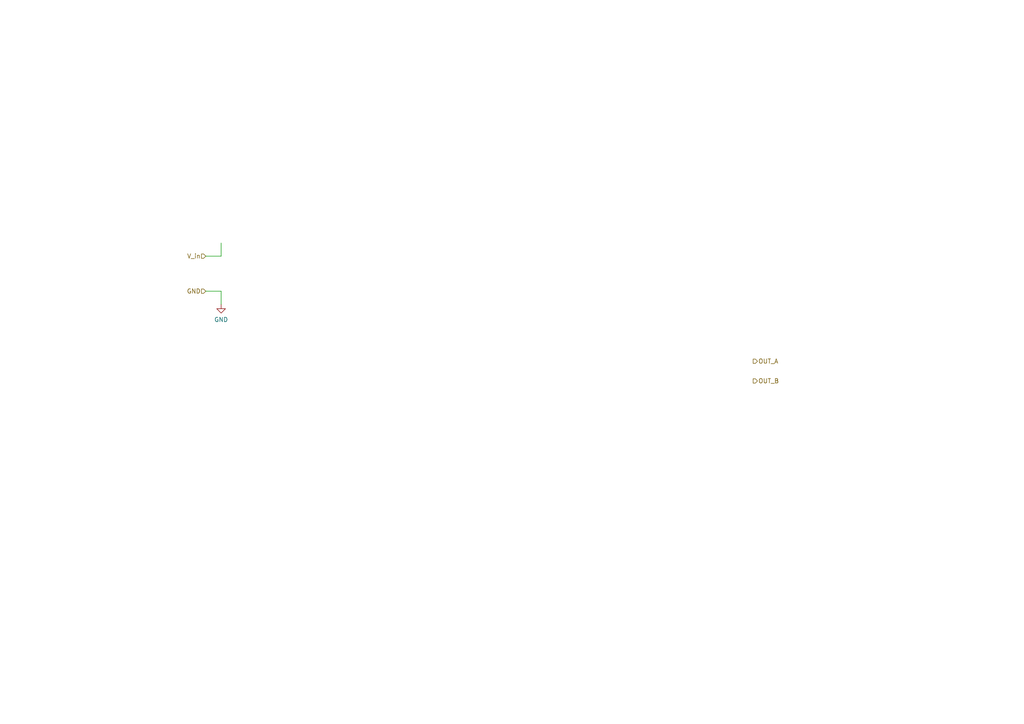
<source format=kicad_sch>
(kicad_sch (version 20211123) (generator eeschema)
  (paper "A4")
  (lib_symbols
    (symbol "power:GND" (power) (pin_names (offset 0))
      (property "Value" "GND" (at 0 -3.81 0))
      (symbol "GND_0_1"
        (polyline (pts (xy 0 0) (xy 0 -1.27) (xy 1.27 -1.27) (xy 0 -2.54) (xy -1.27 -1.27) (xy 0 -1.27)))
      )
      (symbol "GND_1_1"
        (pin power_in line (at 0 0 270) (length 0) hide (name "GND") (number "1"))
      )
    )
  )
  (wire (pts (xy 64.135 84.455) (xy 64.135 88.265)))
  (wire (pts (xy 59.69 84.455) (xy 64.135 84.455)))
  (wire (pts (xy 64.135 74.295) (xy 59.69 74.295)))
  (wire (pts (xy 64.135 70.485) (xy 64.135 74.295)))
  (hierarchical_label "OUT_B" (shape output) (at 218.44 110.49 0))
  (hierarchical_label "V_in" (shape input) (at 59.69 74.295 180))
  (hierarchical_label "OUT_A" (shape output) (at 218.44 104.775 0))
  (hierarchical_label "GND" (shape input) (at 59.69 84.455 180))
  (symbol (lib_id "power:GND") (at 64.135 88.265 0) (unit 1)
    (property "Reference" "#PWR?" (effects hide))
    (property "Value" "GND" (at 64.135 92.71 0))
  )
)
</source>
